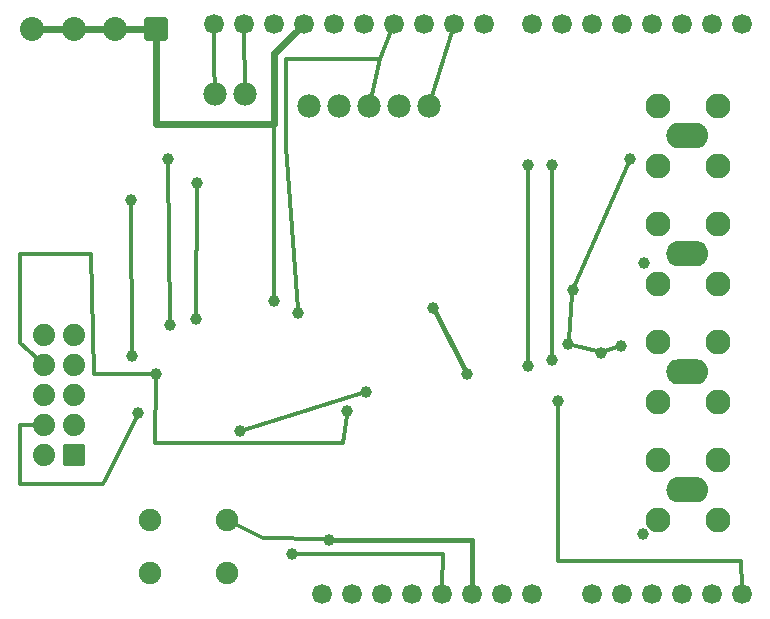
<source format=gbl>
G04 MADE WITH FRITZING*
G04 WWW.FRITZING.ORG*
G04 DOUBLE SIDED*
G04 HOLES PLATED*
G04 CONTOUR ON CENTER OF CONTOUR VECTOR*
%ASAXBY*%
%FSLAX23Y23*%
%MOIN*%
%OFA0B0*%
%SFA1.0B1.0*%
%ADD10C,0.080000*%
%ADD11C,0.078000*%
%ADD12C,0.039370*%
%ADD13C,0.075000*%
%ADD14C,0.082677*%
%ADD15C,0.083071*%
%ADD16C,0.074000*%
%ADD17C,0.066194*%
%ADD18C,0.066222*%
%ADD19C,0.024000*%
%ADD20C,0.012000*%
%ADD21C,0.016000*%
%ADD22C,0.020000*%
%ADD23C,0.017000*%
%ADD24R,0.001000X0.001000*%
%LNCOPPER0*%
G90*
G70*
G54D10*
X551Y1994D03*
X413Y1994D03*
X276Y1994D03*
X138Y1994D03*
G54D11*
X748Y1778D03*
X848Y1778D03*
G54D12*
X1925Y947D03*
X2033Y917D03*
X2100Y939D03*
X1940Y1125D03*
X2132Y1563D03*
X2179Y1215D03*
X2173Y311D03*
X1474Y1067D03*
X1587Y847D03*
X1890Y754D03*
X1126Y293D03*
X1004Y244D03*
X551Y847D03*
X1189Y721D03*
X1024Y1049D03*
X1250Y787D03*
X831Y656D03*
X945Y1089D03*
X492Y715D03*
X471Y907D03*
X467Y1425D03*
X596Y1008D03*
X591Y1561D03*
X684Y1028D03*
X689Y1482D03*
G54D11*
X1460Y1738D03*
X1360Y1738D03*
X1260Y1738D03*
X1160Y1738D03*
X1060Y1738D03*
G54D13*
X787Y183D03*
X532Y183D03*
X787Y360D03*
X532Y360D03*
G54D14*
X2223Y559D03*
G54D15*
X2322Y460D03*
X2223Y359D03*
X2223Y559D03*
X2423Y359D03*
X2423Y559D03*
G54D14*
X2223Y952D03*
G54D15*
X2322Y853D03*
X2223Y752D03*
X2223Y952D03*
X2423Y752D03*
X2423Y952D03*
G54D14*
X2223Y1740D03*
G54D15*
X2322Y1641D03*
X2223Y1540D03*
X2223Y1740D03*
X2423Y1540D03*
X2423Y1740D03*
G54D16*
X176Y577D03*
X176Y677D03*
X176Y777D03*
X176Y877D03*
X176Y977D03*
X276Y577D03*
X276Y677D03*
X276Y777D03*
X276Y877D03*
X276Y977D03*
G54D17*
X2103Y111D03*
X2203Y111D03*
X2303Y111D03*
X2403Y111D03*
X2503Y111D03*
G54D18*
X1643Y2011D03*
X1543Y2011D03*
X1443Y2011D03*
X1343Y2011D03*
X1243Y2011D03*
X1143Y2011D03*
X1043Y2011D03*
X943Y2011D03*
X843Y2011D03*
X743Y2011D03*
X2503Y2011D03*
X2403Y2011D03*
X2303Y2011D03*
X2203Y2011D03*
X2103Y2011D03*
X2003Y2011D03*
X1903Y2011D03*
X1803Y2011D03*
G54D17*
X1203Y111D03*
X1103Y111D03*
X1303Y111D03*
X1403Y111D03*
X1503Y111D03*
X1603Y111D03*
X1703Y111D03*
X1803Y111D03*
X2003Y111D03*
G54D14*
X2223Y1346D03*
G54D15*
X2322Y1247D03*
X2223Y1146D03*
X2223Y1346D03*
X2423Y1146D03*
X2423Y1346D03*
G54D12*
X1792Y872D03*
X1791Y1541D03*
X1870Y892D03*
X1870Y1541D03*
G54D19*
X245Y1994D02*
X169Y1994D01*
D02*
X382Y1994D02*
X307Y1994D01*
D02*
X520Y1994D02*
X445Y1994D01*
D02*
X945Y1916D02*
X945Y1680D01*
D02*
X945Y1680D02*
X552Y1680D01*
D02*
X552Y1680D02*
X551Y1963D01*
D02*
X1021Y1990D02*
X945Y1916D01*
G54D20*
D02*
X1536Y1987D02*
X1467Y1762D01*
D02*
X1299Y1896D02*
X1266Y1762D01*
D02*
X1334Y1988D02*
X1299Y1896D01*
D02*
X2020Y921D02*
X1938Y943D01*
D02*
X2088Y935D02*
X2046Y921D01*
D02*
X1945Y1137D02*
X2127Y1551D01*
D02*
X1939Y1112D02*
X1926Y960D01*
G54D21*
D02*
X1481Y1055D02*
X1581Y858D01*
G54D20*
D02*
X1890Y741D02*
X1890Y223D01*
D02*
X1890Y223D02*
X2501Y223D01*
D02*
X2501Y223D02*
X2503Y136D01*
G54D21*
D02*
X1139Y293D02*
X1605Y293D01*
D02*
X1605Y293D02*
X1603Y136D01*
G54D20*
D02*
X1504Y136D02*
X1508Y245D01*
D02*
X1508Y245D02*
X1017Y244D01*
D02*
X548Y617D02*
X551Y833D01*
D02*
X1175Y614D02*
X548Y617D01*
D02*
X1187Y707D02*
X1175Y614D01*
D02*
X1299Y1896D02*
X985Y1895D01*
D02*
X985Y1895D02*
X985Y1601D01*
D02*
X985Y1601D02*
X1023Y1063D01*
D02*
X1334Y1988D02*
X1299Y1896D01*
D02*
X844Y660D02*
X1237Y783D01*
D02*
X945Y1916D02*
X1025Y1994D01*
D02*
X945Y1102D02*
X945Y1916D01*
D02*
X98Y676D02*
X98Y479D01*
D02*
X375Y479D02*
X486Y703D01*
D02*
X98Y479D02*
X375Y479D01*
D02*
X150Y676D02*
X98Y676D01*
D02*
X345Y844D02*
X335Y1245D01*
D02*
X98Y950D02*
X157Y894D01*
D02*
X99Y1245D02*
X98Y950D01*
D02*
X335Y1245D02*
X99Y1245D01*
D02*
X538Y846D02*
X345Y844D01*
D02*
X467Y1412D02*
X470Y920D01*
D02*
X591Y1548D02*
X596Y1021D01*
D02*
X689Y1469D02*
X685Y1041D01*
D02*
X844Y1986D02*
X848Y1802D01*
D02*
X743Y1873D02*
X747Y1802D01*
D02*
X743Y1986D02*
X743Y1873D01*
D02*
X906Y300D02*
X808Y350D01*
D02*
X1113Y294D02*
X906Y300D01*
D02*
X1791Y1528D02*
X1792Y886D01*
D02*
X1870Y1528D02*
X1870Y905D01*
G54D22*
X581Y1964D02*
X521Y1964D01*
X521Y2024D01*
X581Y2024D01*
X581Y1964D01*
D02*
G54D23*
X247Y548D02*
X247Y605D01*
X304Y605D01*
X304Y548D01*
X247Y548D01*
D02*
G54D24*
X2284Y1681D02*
X2360Y1681D01*
X2279Y1680D02*
X2364Y1680D01*
X2276Y1679D02*
X2367Y1679D01*
X2274Y1678D02*
X2369Y1678D01*
X2272Y1677D02*
X2371Y1677D01*
X2271Y1676D02*
X2372Y1676D01*
X2269Y1675D02*
X2374Y1675D01*
X2268Y1674D02*
X2375Y1674D01*
X2267Y1673D02*
X2376Y1673D01*
X2266Y1672D02*
X2377Y1672D01*
X2265Y1671D02*
X2378Y1671D01*
X2264Y1670D02*
X2379Y1670D01*
X2263Y1669D02*
X2380Y1669D01*
X2262Y1668D02*
X2381Y1668D01*
X2262Y1667D02*
X2382Y1667D01*
X2261Y1666D02*
X2382Y1666D01*
X2260Y1665D02*
X2318Y1665D01*
X2325Y1665D02*
X2383Y1665D01*
X2260Y1664D02*
X2315Y1664D01*
X2329Y1664D02*
X2384Y1664D01*
X2259Y1663D02*
X2313Y1663D01*
X2331Y1663D02*
X2384Y1663D01*
X2259Y1662D02*
X2311Y1662D01*
X2332Y1662D02*
X2385Y1662D01*
X2258Y1661D02*
X2310Y1661D01*
X2334Y1661D02*
X2385Y1661D01*
X2258Y1660D02*
X2308Y1660D01*
X2335Y1660D02*
X2386Y1660D01*
X2257Y1659D02*
X2307Y1659D01*
X2336Y1659D02*
X2386Y1659D01*
X2257Y1658D02*
X2306Y1658D01*
X2337Y1658D02*
X2387Y1658D01*
X2256Y1657D02*
X2306Y1657D01*
X2338Y1657D02*
X2387Y1657D01*
X2256Y1656D02*
X2305Y1656D01*
X2338Y1656D02*
X2387Y1656D01*
X2256Y1655D02*
X2304Y1655D01*
X2339Y1655D02*
X2388Y1655D01*
X2255Y1654D02*
X2304Y1654D01*
X2340Y1654D02*
X2388Y1654D01*
X2255Y1653D02*
X2303Y1653D01*
X2340Y1653D02*
X2388Y1653D01*
X2255Y1652D02*
X2303Y1652D01*
X2341Y1652D02*
X2389Y1652D01*
X2255Y1651D02*
X2302Y1651D01*
X2341Y1651D02*
X2389Y1651D01*
X2254Y1650D02*
X2302Y1650D01*
X2341Y1650D02*
X2389Y1650D01*
X2254Y1649D02*
X2302Y1649D01*
X2342Y1649D02*
X2389Y1649D01*
X2254Y1648D02*
X2301Y1648D01*
X2342Y1648D02*
X2389Y1648D01*
X2254Y1647D02*
X2301Y1647D01*
X2342Y1647D02*
X2389Y1647D01*
X2254Y1646D02*
X2301Y1646D01*
X2343Y1646D02*
X2390Y1646D01*
X2254Y1645D02*
X2301Y1645D01*
X2343Y1645D02*
X2390Y1645D01*
X2253Y1644D02*
X2300Y1644D01*
X2343Y1644D02*
X2390Y1644D01*
X2253Y1643D02*
X2300Y1643D01*
X2343Y1643D02*
X2390Y1643D01*
X2253Y1642D02*
X2300Y1642D01*
X2343Y1642D02*
X2390Y1642D01*
X2253Y1641D02*
X2300Y1641D01*
X2343Y1641D02*
X2390Y1641D01*
X2253Y1640D02*
X2300Y1640D01*
X2343Y1640D02*
X2390Y1640D01*
X2253Y1639D02*
X2300Y1639D01*
X2343Y1639D02*
X2390Y1639D01*
X2253Y1638D02*
X2300Y1638D01*
X2343Y1638D02*
X2390Y1638D01*
X2253Y1637D02*
X2300Y1637D01*
X2343Y1637D02*
X2390Y1637D01*
X2253Y1636D02*
X2300Y1636D01*
X2343Y1636D02*
X2390Y1636D01*
X2254Y1635D02*
X2300Y1635D01*
X2343Y1635D02*
X2390Y1635D01*
X2254Y1634D02*
X2301Y1634D01*
X2343Y1634D02*
X2390Y1634D01*
X2254Y1633D02*
X2301Y1633D01*
X2342Y1633D02*
X2389Y1633D01*
X2254Y1632D02*
X2301Y1632D01*
X2342Y1632D02*
X2389Y1632D01*
X2254Y1631D02*
X2301Y1631D01*
X2342Y1631D02*
X2389Y1631D01*
X2254Y1630D02*
X2302Y1630D01*
X2341Y1630D02*
X2389Y1630D01*
X2255Y1629D02*
X2302Y1629D01*
X2341Y1629D02*
X2389Y1629D01*
X2255Y1628D02*
X2303Y1628D01*
X2341Y1628D02*
X2389Y1628D01*
X2255Y1627D02*
X2303Y1627D01*
X2340Y1627D02*
X2388Y1627D01*
X2255Y1626D02*
X2304Y1626D01*
X2340Y1626D02*
X2388Y1626D01*
X2256Y1625D02*
X2304Y1625D01*
X2339Y1625D02*
X2388Y1625D01*
X2256Y1624D02*
X2305Y1624D01*
X2338Y1624D02*
X2387Y1624D01*
X2256Y1623D02*
X2306Y1623D01*
X2338Y1623D02*
X2387Y1623D01*
X2257Y1622D02*
X2306Y1622D01*
X2337Y1622D02*
X2387Y1622D01*
X2257Y1621D02*
X2307Y1621D01*
X2336Y1621D02*
X2386Y1621D01*
X2258Y1620D02*
X2308Y1620D01*
X2335Y1620D02*
X2386Y1620D01*
X2258Y1619D02*
X2309Y1619D01*
X2334Y1619D02*
X2385Y1619D01*
X2259Y1618D02*
X2311Y1618D01*
X2332Y1618D02*
X2385Y1618D01*
X2259Y1617D02*
X2312Y1617D01*
X2331Y1617D02*
X2384Y1617D01*
X2260Y1616D02*
X2314Y1616D01*
X2329Y1616D02*
X2384Y1616D01*
X2260Y1615D02*
X2318Y1615D01*
X2325Y1615D02*
X2383Y1615D01*
X2261Y1614D02*
X2382Y1614D01*
X2262Y1613D02*
X2382Y1613D01*
X2262Y1612D02*
X2381Y1612D01*
X2263Y1611D02*
X2380Y1611D01*
X2264Y1610D02*
X2379Y1610D01*
X2265Y1609D02*
X2378Y1609D01*
X2266Y1608D02*
X2377Y1608D01*
X2267Y1607D02*
X2376Y1607D01*
X2268Y1606D02*
X2375Y1606D01*
X2269Y1605D02*
X2374Y1605D01*
X2271Y1604D02*
X2373Y1604D01*
X2272Y1603D02*
X2371Y1603D01*
X2274Y1602D02*
X2369Y1602D01*
X2276Y1601D02*
X2367Y1601D01*
X2279Y1600D02*
X2364Y1600D01*
X2283Y1599D02*
X2360Y1599D01*
X2282Y1287D02*
X2362Y1287D01*
X2278Y1286D02*
X2365Y1286D01*
X2276Y1285D02*
X2368Y1285D01*
X2274Y1284D02*
X2370Y1284D01*
X2272Y1283D02*
X2371Y1283D01*
X2270Y1282D02*
X2373Y1282D01*
X2269Y1281D02*
X2374Y1281D01*
X2268Y1280D02*
X2376Y1280D01*
X2267Y1279D02*
X2377Y1279D01*
X2266Y1278D02*
X2378Y1278D01*
X2265Y1277D02*
X2379Y1277D01*
X2264Y1276D02*
X2380Y1276D01*
X2263Y1275D02*
X2380Y1275D01*
X2262Y1274D02*
X2381Y1274D01*
X2261Y1273D02*
X2382Y1273D01*
X2261Y1272D02*
X2383Y1272D01*
X2260Y1271D02*
X2317Y1271D01*
X2327Y1271D02*
X2383Y1271D01*
X2259Y1270D02*
X2314Y1270D01*
X2330Y1270D02*
X2384Y1270D01*
X2259Y1269D02*
X2312Y1269D01*
X2331Y1269D02*
X2384Y1269D01*
X2258Y1268D02*
X2310Y1268D01*
X2333Y1268D02*
X2385Y1268D01*
X2258Y1267D02*
X2309Y1267D01*
X2334Y1267D02*
X2385Y1267D01*
X2257Y1266D02*
X2308Y1266D01*
X2335Y1266D02*
X2386Y1266D01*
X2257Y1265D02*
X2307Y1265D01*
X2336Y1265D02*
X2386Y1265D01*
X2257Y1264D02*
X2306Y1264D01*
X2337Y1264D02*
X2387Y1264D01*
X2256Y1263D02*
X2305Y1263D01*
X2338Y1263D02*
X2387Y1263D01*
X2256Y1262D02*
X2305Y1262D01*
X2339Y1262D02*
X2387Y1262D01*
X2256Y1261D02*
X2304Y1261D01*
X2339Y1261D02*
X2388Y1261D01*
X2255Y1260D02*
X2303Y1260D01*
X2340Y1260D02*
X2388Y1260D01*
X2255Y1259D02*
X2303Y1259D01*
X2340Y1259D02*
X2388Y1259D01*
X2255Y1258D02*
X2303Y1258D01*
X2341Y1258D02*
X2389Y1258D01*
X2254Y1257D02*
X2302Y1257D01*
X2341Y1257D02*
X2389Y1257D01*
X2254Y1256D02*
X2302Y1256D01*
X2342Y1256D02*
X2389Y1256D01*
X2254Y1255D02*
X2301Y1255D01*
X2342Y1255D02*
X2389Y1255D01*
X2254Y1254D02*
X2301Y1254D01*
X2342Y1254D02*
X2389Y1254D01*
X2254Y1253D02*
X2301Y1253D01*
X2342Y1253D02*
X2390Y1253D01*
X2254Y1252D02*
X2301Y1252D01*
X2343Y1252D02*
X2390Y1252D01*
X2253Y1251D02*
X2300Y1251D01*
X2343Y1251D02*
X2390Y1251D01*
X2253Y1250D02*
X2300Y1250D01*
X2343Y1250D02*
X2390Y1250D01*
X2253Y1249D02*
X2300Y1249D01*
X2343Y1249D02*
X2390Y1249D01*
X2253Y1248D02*
X2300Y1248D01*
X2343Y1248D02*
X2390Y1248D01*
X2253Y1247D02*
X2300Y1247D01*
X2343Y1247D02*
X2390Y1247D01*
X2253Y1246D02*
X2300Y1246D01*
X2343Y1246D02*
X2390Y1246D01*
X2253Y1245D02*
X2300Y1245D01*
X2343Y1245D02*
X2390Y1245D01*
X2253Y1244D02*
X2300Y1244D01*
X2343Y1244D02*
X2390Y1244D01*
X2253Y1243D02*
X2300Y1243D01*
X2343Y1243D02*
X2390Y1243D01*
X2253Y1242D02*
X2300Y1242D01*
X2343Y1242D02*
X2390Y1242D01*
X2254Y1241D02*
X2301Y1241D01*
X2343Y1241D02*
X2390Y1241D01*
X2254Y1240D02*
X2301Y1240D01*
X2342Y1240D02*
X2390Y1240D01*
X2254Y1239D02*
X2301Y1239D01*
X2342Y1239D02*
X2389Y1239D01*
X2254Y1238D02*
X2301Y1238D01*
X2342Y1238D02*
X2389Y1238D01*
X2254Y1237D02*
X2302Y1237D01*
X2342Y1237D02*
X2389Y1237D01*
X2254Y1236D02*
X2302Y1236D01*
X2341Y1236D02*
X2389Y1236D01*
X2255Y1235D02*
X2302Y1235D01*
X2341Y1235D02*
X2389Y1235D01*
X2255Y1234D02*
X2303Y1234D01*
X2340Y1234D02*
X2388Y1234D01*
X2255Y1233D02*
X2303Y1233D01*
X2340Y1233D02*
X2388Y1233D01*
X2255Y1232D02*
X2304Y1232D01*
X2339Y1232D02*
X2388Y1232D01*
X2256Y1231D02*
X2305Y1231D01*
X2339Y1231D02*
X2388Y1231D01*
X2256Y1230D02*
X2305Y1230D01*
X2338Y1230D02*
X2387Y1230D01*
X2256Y1229D02*
X2306Y1229D01*
X2337Y1229D02*
X2387Y1229D01*
X2257Y1228D02*
X2307Y1228D01*
X2337Y1228D02*
X2386Y1228D01*
X2257Y1227D02*
X2308Y1227D01*
X2336Y1227D02*
X2386Y1227D01*
X2258Y1226D02*
X2309Y1226D01*
X2335Y1226D02*
X2386Y1226D01*
X2258Y1225D02*
X2310Y1225D01*
X2333Y1225D02*
X2385Y1225D01*
X2259Y1224D02*
X2312Y1224D01*
X2332Y1224D02*
X2385Y1224D01*
X2259Y1223D02*
X2313Y1223D01*
X2330Y1223D02*
X2384Y1223D01*
X2260Y1222D02*
X2316Y1222D01*
X2328Y1222D02*
X2383Y1222D01*
X2261Y1221D02*
X2383Y1221D01*
X2261Y1220D02*
X2382Y1220D01*
X2262Y1219D02*
X2381Y1219D01*
X2263Y1218D02*
X2381Y1218D01*
X2263Y1217D02*
X2380Y1217D01*
X2264Y1216D02*
X2379Y1216D01*
X2265Y1215D02*
X2378Y1215D01*
X2266Y1214D02*
X2377Y1214D01*
X2267Y1213D02*
X2376Y1213D01*
X2269Y1212D02*
X2375Y1212D01*
X2270Y1211D02*
X2373Y1211D01*
X2271Y1210D02*
X2372Y1210D01*
X2273Y1209D02*
X2370Y1209D01*
X2275Y1208D02*
X2368Y1208D01*
X2277Y1207D02*
X2366Y1207D01*
X2280Y1206D02*
X2363Y1206D01*
X2287Y894D02*
X2357Y894D01*
X2280Y893D02*
X2363Y893D01*
X2277Y892D02*
X2366Y892D01*
X2275Y891D02*
X2369Y891D01*
X2273Y890D02*
X2370Y890D01*
X2271Y889D02*
X2372Y889D01*
X2270Y888D02*
X2373Y888D01*
X2268Y887D02*
X2375Y887D01*
X2267Y886D02*
X2376Y886D01*
X2266Y885D02*
X2377Y885D01*
X2265Y884D02*
X2378Y884D01*
X2264Y883D02*
X2379Y883D01*
X2263Y882D02*
X2380Y882D01*
X2263Y881D02*
X2381Y881D01*
X2262Y880D02*
X2381Y880D01*
X2261Y879D02*
X2382Y879D01*
X2260Y878D02*
X2383Y878D01*
X2260Y877D02*
X2315Y877D01*
X2328Y877D02*
X2383Y877D01*
X2259Y876D02*
X2313Y876D01*
X2330Y876D02*
X2384Y876D01*
X2259Y875D02*
X2311Y875D01*
X2332Y875D02*
X2385Y875D01*
X2258Y874D02*
X2310Y874D01*
X2333Y874D02*
X2385Y874D01*
X2258Y873D02*
X2309Y873D01*
X2335Y873D02*
X2386Y873D01*
X2257Y872D02*
X2308Y872D01*
X2336Y872D02*
X2386Y872D01*
X2257Y871D02*
X2307Y871D01*
X2337Y871D02*
X2386Y871D01*
X2256Y870D02*
X2306Y870D01*
X2337Y870D02*
X2387Y870D01*
X2256Y869D02*
X2305Y869D01*
X2338Y869D02*
X2387Y869D01*
X2256Y868D02*
X2304Y868D01*
X2339Y868D02*
X2388Y868D01*
X2255Y867D02*
X2304Y867D01*
X2339Y867D02*
X2388Y867D01*
X2255Y866D02*
X2303Y866D01*
X2340Y866D02*
X2388Y866D01*
X2255Y865D02*
X2303Y865D01*
X2340Y865D02*
X2388Y865D01*
X2255Y864D02*
X2302Y864D01*
X2341Y864D02*
X2389Y864D01*
X2254Y863D02*
X2302Y863D01*
X2341Y863D02*
X2389Y863D01*
X2254Y862D02*
X2302Y862D01*
X2342Y862D02*
X2389Y862D01*
X2254Y861D02*
X2301Y861D01*
X2342Y861D02*
X2389Y861D01*
X2254Y860D02*
X2301Y860D01*
X2342Y860D02*
X2389Y860D01*
X2254Y859D02*
X2301Y859D01*
X2342Y859D02*
X2390Y859D01*
X2254Y858D02*
X2301Y858D01*
X2343Y858D02*
X2390Y858D01*
X2253Y857D02*
X2300Y857D01*
X2343Y857D02*
X2390Y857D01*
X2253Y856D02*
X2300Y856D01*
X2343Y856D02*
X2390Y856D01*
X2253Y855D02*
X2300Y855D01*
X2343Y855D02*
X2390Y855D01*
X2253Y854D02*
X2300Y854D01*
X2343Y854D02*
X2390Y854D01*
X2253Y853D02*
X2300Y853D01*
X2343Y853D02*
X2390Y853D01*
X2253Y852D02*
X2300Y852D01*
X2343Y852D02*
X2390Y852D01*
X2253Y851D02*
X2300Y851D01*
X2343Y851D02*
X2390Y851D01*
X2253Y850D02*
X2300Y850D01*
X2343Y850D02*
X2390Y850D01*
X2253Y849D02*
X2300Y849D01*
X2343Y849D02*
X2390Y849D01*
X2253Y848D02*
X2300Y848D01*
X2343Y848D02*
X2390Y848D01*
X2254Y847D02*
X2301Y847D01*
X2343Y847D02*
X2390Y847D01*
X2254Y846D02*
X2301Y846D01*
X2342Y846D02*
X2390Y846D01*
X2254Y845D02*
X2301Y845D01*
X2342Y845D02*
X2389Y845D01*
X2254Y844D02*
X2301Y844D01*
X2342Y844D02*
X2389Y844D01*
X2254Y843D02*
X2302Y843D01*
X2342Y843D02*
X2389Y843D01*
X2254Y842D02*
X2302Y842D01*
X2341Y842D02*
X2389Y842D01*
X2255Y841D02*
X2303Y841D01*
X2341Y841D02*
X2389Y841D01*
X2255Y840D02*
X2303Y840D01*
X2340Y840D02*
X2388Y840D01*
X2255Y839D02*
X2303Y839D01*
X2340Y839D02*
X2388Y839D01*
X2256Y838D02*
X2304Y838D01*
X2339Y838D02*
X2388Y838D01*
X2256Y837D02*
X2305Y837D01*
X2338Y837D02*
X2387Y837D01*
X2256Y836D02*
X2305Y836D01*
X2338Y836D02*
X2387Y836D01*
X2257Y835D02*
X2306Y835D01*
X2337Y835D02*
X2387Y835D01*
X2257Y834D02*
X2307Y834D01*
X2336Y834D02*
X2386Y834D01*
X2257Y833D02*
X2308Y833D01*
X2335Y833D02*
X2386Y833D01*
X2258Y832D02*
X2309Y832D01*
X2334Y832D02*
X2385Y832D01*
X2258Y831D02*
X2311Y831D01*
X2333Y831D02*
X2385Y831D01*
X2259Y830D02*
X2312Y830D01*
X2331Y830D02*
X2384Y830D01*
X2260Y829D02*
X2314Y829D01*
X2329Y829D02*
X2384Y829D01*
X2260Y828D02*
X2317Y828D01*
X2326Y828D02*
X2383Y828D01*
X2261Y827D02*
X2382Y827D01*
X2261Y826D02*
X2382Y826D01*
X2262Y825D02*
X2381Y825D01*
X2263Y824D02*
X2380Y824D01*
X2264Y823D02*
X2379Y823D01*
X2265Y822D02*
X2379Y822D01*
X2266Y821D02*
X2378Y821D01*
X2267Y820D02*
X2377Y820D01*
X2268Y819D02*
X2375Y819D01*
X2269Y818D02*
X2374Y818D01*
X2270Y817D02*
X2373Y817D01*
X2272Y816D02*
X2371Y816D01*
X2274Y815D02*
X2370Y815D01*
X2276Y814D02*
X2367Y814D01*
X2278Y813D02*
X2365Y813D01*
X2282Y812D02*
X2361Y812D01*
X2283Y500D02*
X2360Y500D01*
X2279Y499D02*
X2365Y499D01*
X2276Y498D02*
X2367Y498D01*
X2274Y497D02*
X2369Y497D01*
X2272Y496D02*
X2371Y496D01*
X2271Y495D02*
X2373Y495D01*
X2269Y494D02*
X2374Y494D01*
X2268Y493D02*
X2375Y493D01*
X2267Y492D02*
X2376Y492D01*
X2266Y491D02*
X2377Y491D01*
X2265Y490D02*
X2378Y490D01*
X2264Y489D02*
X2379Y489D01*
X2263Y488D02*
X2380Y488D01*
X2262Y487D02*
X2381Y487D01*
X2262Y486D02*
X2382Y486D01*
X2261Y485D02*
X2382Y485D01*
X2260Y484D02*
X2318Y484D01*
X2326Y484D02*
X2383Y484D01*
X2260Y483D02*
X2314Y483D01*
X2329Y483D02*
X2384Y483D01*
X2259Y482D02*
X2312Y482D01*
X2331Y482D02*
X2384Y482D01*
X2259Y481D02*
X2311Y481D01*
X2332Y481D02*
X2385Y481D01*
X2258Y480D02*
X2309Y480D01*
X2334Y480D02*
X2385Y480D01*
X2257Y479D02*
X2308Y479D01*
X2335Y479D02*
X2386Y479D01*
X2257Y478D02*
X2307Y478D01*
X2336Y478D02*
X2386Y478D01*
X2257Y477D02*
X2306Y477D01*
X2337Y477D02*
X2387Y477D01*
X2256Y476D02*
X2306Y476D01*
X2338Y476D02*
X2387Y476D01*
X2256Y475D02*
X2305Y475D01*
X2338Y475D02*
X2387Y475D01*
X2256Y474D02*
X2304Y474D01*
X2339Y474D02*
X2388Y474D01*
X2255Y473D02*
X2304Y473D01*
X2340Y473D02*
X2388Y473D01*
X2255Y472D02*
X2303Y472D01*
X2340Y472D02*
X2388Y472D01*
X2255Y471D02*
X2303Y471D01*
X2341Y471D02*
X2389Y471D01*
X2255Y470D02*
X2302Y470D01*
X2341Y470D02*
X2389Y470D01*
X2254Y469D02*
X2302Y469D01*
X2342Y469D02*
X2389Y469D01*
X2254Y468D02*
X2301Y468D01*
X2342Y468D02*
X2389Y468D01*
X2254Y467D02*
X2301Y467D01*
X2342Y467D02*
X2389Y467D01*
X2254Y466D02*
X2301Y466D01*
X2342Y466D02*
X2389Y466D01*
X2254Y465D02*
X2301Y465D01*
X2343Y465D02*
X2390Y465D01*
X2254Y464D02*
X2300Y464D01*
X2343Y464D02*
X2390Y464D01*
X2253Y463D02*
X2300Y463D01*
X2343Y463D02*
X2390Y463D01*
X2253Y462D02*
X2300Y462D01*
X2343Y462D02*
X2390Y462D01*
X2253Y461D02*
X2300Y461D01*
X2343Y461D02*
X2390Y461D01*
X2253Y460D02*
X2300Y460D01*
X2343Y460D02*
X2390Y460D01*
X2253Y459D02*
X2300Y459D01*
X2343Y459D02*
X2390Y459D01*
X2253Y458D02*
X2300Y458D01*
X2343Y458D02*
X2390Y458D01*
X2253Y457D02*
X2300Y457D01*
X2343Y457D02*
X2390Y457D01*
X2253Y456D02*
X2300Y456D01*
X2343Y456D02*
X2390Y456D01*
X2253Y455D02*
X2300Y455D01*
X2343Y455D02*
X2390Y455D01*
X2254Y454D02*
X2301Y454D01*
X2343Y454D02*
X2390Y454D01*
X2254Y453D02*
X2301Y453D01*
X2342Y453D02*
X2390Y453D01*
X2254Y452D02*
X2301Y452D01*
X2342Y452D02*
X2389Y452D01*
X2254Y451D02*
X2301Y451D01*
X2342Y451D02*
X2389Y451D01*
X2254Y450D02*
X2302Y450D01*
X2342Y450D02*
X2389Y450D01*
X2254Y449D02*
X2302Y449D01*
X2341Y449D02*
X2389Y449D01*
X2255Y448D02*
X2302Y448D01*
X2341Y448D02*
X2389Y448D01*
X2255Y447D02*
X2303Y447D01*
X2341Y447D02*
X2388Y447D01*
X2255Y446D02*
X2303Y446D01*
X2340Y446D02*
X2388Y446D01*
X2255Y445D02*
X2304Y445D01*
X2340Y445D02*
X2388Y445D01*
X2256Y444D02*
X2304Y444D01*
X2339Y444D02*
X2388Y444D01*
X2256Y443D02*
X2305Y443D01*
X2338Y443D02*
X2387Y443D01*
X2256Y442D02*
X2306Y442D01*
X2338Y442D02*
X2387Y442D01*
X2257Y441D02*
X2306Y441D01*
X2337Y441D02*
X2386Y441D01*
X2257Y440D02*
X2307Y440D01*
X2336Y440D02*
X2386Y440D01*
X2258Y439D02*
X2309Y439D01*
X2335Y439D02*
X2386Y439D01*
X2258Y438D02*
X2310Y438D01*
X2334Y438D02*
X2385Y438D01*
X2259Y437D02*
X2311Y437D01*
X2332Y437D02*
X2385Y437D01*
X2259Y436D02*
X2313Y436D01*
X2331Y436D02*
X2384Y436D01*
X2260Y435D02*
X2315Y435D01*
X2328Y435D02*
X2383Y435D01*
X2260Y434D02*
X2319Y434D01*
X2324Y434D02*
X2383Y434D01*
X2261Y433D02*
X2382Y433D01*
X2262Y432D02*
X2382Y432D01*
X2263Y431D02*
X2381Y431D01*
X2263Y430D02*
X2380Y430D01*
X2264Y429D02*
X2379Y429D01*
X2265Y428D02*
X2378Y428D01*
X2266Y427D02*
X2377Y427D01*
X2267Y426D02*
X2376Y426D01*
X2268Y425D02*
X2375Y425D01*
X2270Y424D02*
X2374Y424D01*
X2271Y423D02*
X2372Y423D01*
X2273Y422D02*
X2371Y422D01*
X2274Y421D02*
X2369Y421D01*
X2277Y420D02*
X2367Y420D01*
X2280Y419D02*
X2364Y419D01*
X2284Y418D02*
X2359Y418D01*
D02*
G04 End of Copper0*
M02*
</source>
